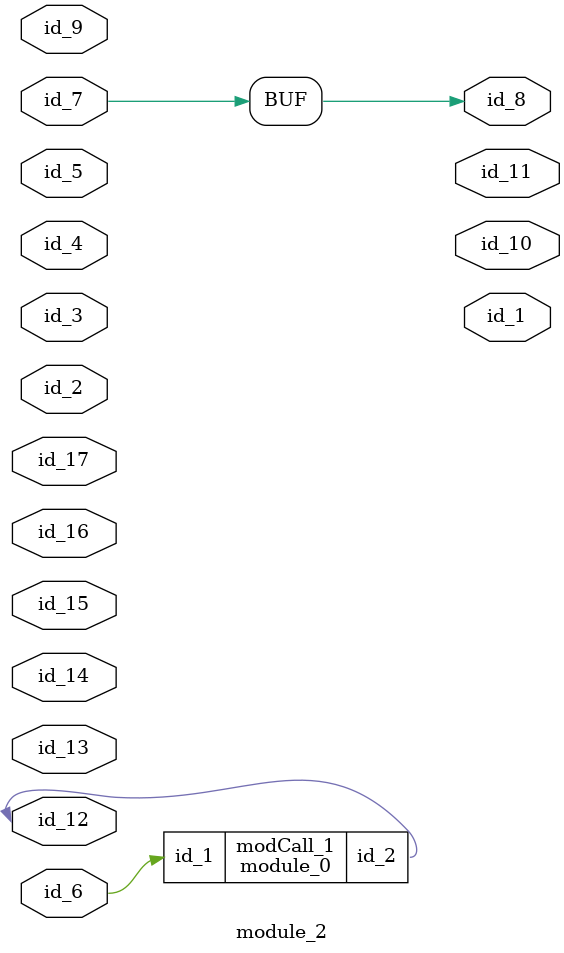
<source format=v>
module module_0 (
    id_1,
    id_2
);
  inout wire id_2;
  input wire id_1;
  wire id_3;
endmodule
module module_1 (
    id_1,
    id_2,
    id_3,
    id_4
);
  input wire id_4;
  inout wire id_3;
  input wire id_2;
  input wire id_1;
  module_0 modCall_1 (
      id_3,
      id_3
  );
  wire id_5;
  wire id_6, id_7, id_8;
  wire id_9;
  assign id_8 = id_7;
endmodule
module module_2 (
    id_1,
    id_2,
    id_3,
    id_4,
    id_5,
    id_6,
    id_7,
    id_8,
    id_9,
    id_10,
    id_11,
    id_12,
    id_13,
    id_14,
    id_15,
    id_16,
    id_17
);
  input wire id_17;
  input wire id_16;
  input wire id_15;
  inout wire id_14;
  inout wire id_13;
  inout wire id_12;
  output wire id_11;
  output wire id_10;
  inout wire id_9;
  output wire id_8;
  inout wire id_7;
  input wire id_6;
  inout wire id_5;
  input wire id_4;
  input wire id_3;
  inout wire id_2;
  output wire id_1;
  assign id_8 = id_7;
  module_0 modCall_1 (
      id_6,
      id_12
  );
endmodule

</source>
